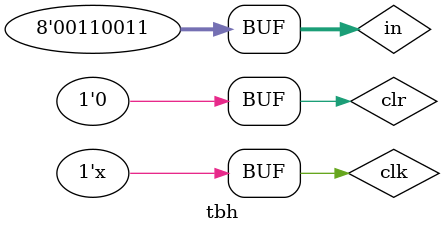
<source format=v>
`timescale 1ns / 1ps


module tbh;

	// Inputs
	reg clk;
	reg clr;
	reg [7:0] in;

	// Outputs
	wire out;
	wire [1:0] state;
	wire [1:0] chart;

	// Instantiate the Unit Under Test (UUT)
	string uut (
		.clk(clk), 
		.clr(clr), 
		.in(in), 
		.out(out), 
		.state(state), 
		.chart(chart)
	);

	initial begin
		// Initialize Inputs
		clk = 0;
		clr = 0;
		in = 0;

		// Wait 100 ns for global reset to finish
		#100;
      
		#10;
		in = 8'd49;
		#10;
		in = 8'd42;
		#10;
		in = 8'd50;
		#10;
		in = 8'd43;
		#20;
		clr = 1'd1;
		#10;
		in = 8'd49;
		#10;
		clr = 1'd0;
		in = 8'd49;
		#10;
		in = 8'd42;
		#10;
		in = 8'd50;
		#10;
		in = 8'd43;
		#10;
		in = 8'd51;
		// Add stimulus here

	end
   
	always #5 begin
		clk = ~clk;
	end
endmodule


</source>
